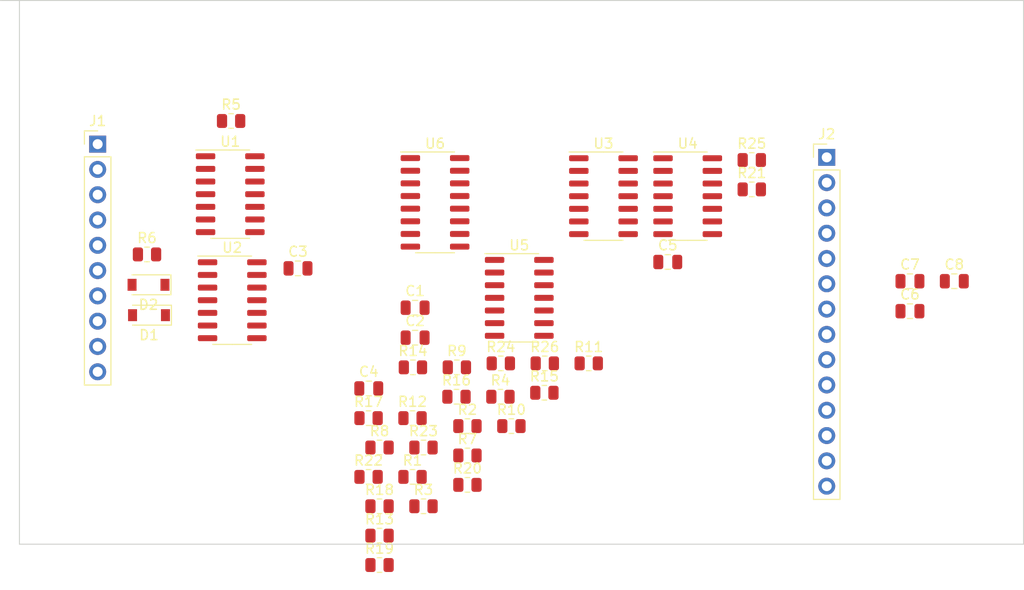
<source format=kicad_pcb>
(kicad_pcb (version 20211014) (generator pcbnew)
  (layers (0 "F.Cu" signal) (31 "B.Cu" signal) (34 "B.Paste" user) (35 "F.Paste" user) (36 "B.SilkS" user "B.Silkscreen") (37 "F.SilkS" user "F.Silkscreen") (38 "B.Mask" user) (39 "F.Mask" user) (44 "Edge.Cuts" user))
  (net 0 "")
  (net 1 "Net-(C1-Pad1)")
  (net 2 "Net-(C1-Pad2)")
  (net 3 "GND")
  (net 4 "-12V")
  (net 5 "+12V")
  (net 6 "/lpfout")
  (net 7 "Net-(D1-Pad1)")
  (net 8 "Net-(D1-Pad2)")
  (net 9 "Net-(D2-Pad1)")
  (net 10 "Net-(D2-Pad2)")
  (net 11 "/sdin")
  (net 12 "/sdclk")
  (net 13 "/lpfin")
  (net 14 "/data_out")
  (net 15 "/onebits")
  (net 16 "/data_return")
  (net 17 "/SW1")
  (net 18 "/SW2")
  (net 19 "/SW3")
  (net 20 "/SW4")
  (net 21 "/IN1")
  (net 22 "/IN2")
  (net 23 "/IN3")
  (net 24 "/IN4")
  (net 25 "/OUT1")
  (net 26 "/OUT2")
  (net 27 "/OUT3")
  (net 28 "/OUT4")
  (net 29 "+5V")
  (net 30 "Net-(R2-Pad1)")
  (net 31 "Net-(R5-Pad2)")
  (net 32 "Net-(R6-Pad2)")
  (net 33 "Net-(R10-Pad2)")
  (net 34 "Net-(R12-Pad1)")
  (net 35 "Net-(R12-Pad2)")
  (net 36 "Net-(R16-Pad1)")
  (net 37 "Net-(R16-Pad2)")
  (net 38 "/S4")
  (net 39 "Net-(R17-Pad2)")
  (net 40 "Net-(R18-Pad1)")
  (net 41 "Net-(R18-Pad2)")
  (net 42 "Net-(R19-Pad1)")
  (net 43 "Net-(R19-Pad2)")
  (net 44 "/S1")
  (net 45 "Net-(R21-Pad2)")
  (net 46 "/S2")
  (net 47 "Net-(R22-Pad2)")
  (net 48 "/S3")
  (net 49 "Net-(R23-Pad2)")
  (net 50 "Net-(U4-Pad2)")
  (net 51 "Net-(U4-Pad12)")
  (net 52 "Net-(U5-Pad2)")
  (net 53 "Net-(U5-Pad12)")
  (footprint "Capacitor_SMD:C_0805_2012Metric" (layer "F.Cu") (at 149.35 84.14)
    (fp_text reference "C7" (at 0 -1.68) (layer "F.SilkS"))
    (fp_text value "100NF")
    (fp_line (start -0.261252 -0.735) (end 0.261252 -0.735) (layer "F.SilkS") (width 0.12))
    (fp_line (start -0.261252 0.735) (end 0.261252 0.735) (layer "F.SilkS") (width 0.12))
    (pad "1" smd roundrect (at -0.95 0) (size 1 1.45) (layers "F.Cu" "F.Paste" "F.Mask") (net 3 "GND"))
    (pad "2" smd roundrect (at 0.95 0) (size 1 1.45) (layers "F.Cu" "F.Paste" "F.Mask") (net 29 "+5V"))
  )
  (footprint "Package_SO:SOIC-14_3.9x8.7mm_P1.27mm" (layer "F.Cu") (at 110.15 85.81)
    (fp_text reference "U5" (at 0 -5.28) (layer "F.SilkS"))
    (fp_text value "4013")
    (fp_line (start 0 4.435) (end 1.95 4.435) (layer "F.SilkS") (width 0.12))
    (fp_line (start 0 4.435) (end -1.95 4.435) (layer "F.SilkS") (width 0.12))
    (fp_line (start 0 -4.435) (end -3.45 -4.435) (layer "F.SilkS") (width 0.12))
    (fp_line (start 0 -4.435) (end 1.95 -4.435) (layer "F.SilkS") (width 0.12))
    (pad "1" smd roundrect (at -2.475 -3.81) (size 1.95 0.6) (layers "F.Cu" "F.Paste" "F.Mask") (net 49 "Net-(R23-Pad2)"))
    (pad "2" smd roundrect (at -2.475 -2.54) (size 1.95 0.6) (layers "F.Cu" "F.Paste" "F.Mask") (net 52 "Net-(U5-Pad2)"))
    (pad "3" smd roundrect (at -2.475 -1.27) (size 1.95 0.6) (layers "F.Cu" "F.Paste" "F.Mask") (net 42 "Net-(R19-Pad1)"))
    (pad "4" smd roundrect (at -2.475 0) (size 1.95 0.6) (layers "F.Cu" "F.Paste" "F.Mask") (net 3 "GND"))
    (pad "5" smd roundrect (at -2.475 1.27) (size 1.95 0.6) (layers "F.Cu" "F.Paste" "F.Mask") (net 52 "Net-(U5-Pad2)"))
    (pad "6" smd roundrect (at -2.475 2.54) (size 1.95 0.6) (layers "F.Cu" "F.Paste" "F.Mask") (net 3 "GND"))
    (pad "7" smd roundrect (at -2.475 3.81) (size 1.95 0.6) (layers "F.Cu" "F.Paste" "F.Mask") (net 3 "GND"))
    (pad "8" smd roundrect (at 2.475 3.81) (size 1.95 0.6) (layers "F.Cu" "F.Paste" "F.Mask") (net 3 "GND"))
    (pad "9" smd roundrect (at 2.475 2.54) (size 1.95 0.6) (layers "F.Cu" "F.Paste" "F.Mask") (net 53 "Net-(U5-Pad12)"))
    (pad "10" smd roundrect (at 2.475 1.27) (size 1.95 0.6) (layers "F.Cu" "F.Paste" "F.Mask") (net 3 "GND"))
    (pad "11" smd roundrect (at 2.475 0) (size 1.95 0.6) (layers "F.Cu" "F.Paste" "F.Mask") (net 34 "Net-(R12-Pad1)"))
    (pad "12" smd roundrect (at 2.475 -1.27) (size 1.95 0.6) (layers "F.Cu" "F.Paste" "F.Mask") (net 53 "Net-(U5-Pad12)"))
    (pad "13" smd roundrect (at 2.475 -2.54) (size 1.95 0.6) (layers "F.Cu" "F.Paste" "F.Mask") (net 39 "Net-(R17-Pad2)"))
    (pad "14" smd roundrect (at 2.475 -3.81) (size 1.95 0.6) (layers "F.Cu" "F.Paste" "F.Mask") (net 29 "+5V"))
  )
  (footprint "Resistor_SMD:R_0805_2012Metric" (layer "F.Cu") (at 112.67 95.34)
    (fp_text reference "R15" (at 0 -1.65) (layer "F.SilkS"))
    (fp_text value "1M")
    (fp_line (start -0.227064 -0.735) (end 0.227064 -0.735) (layer "F.SilkS") (width 0.12))
    (fp_line (start -0.227064 0.735) (end 0.227064 0.735) (layer "F.SilkS") (width 0.12))
    (pad "1" smd roundrect (at -0.9125 0) (size 1.025 1.4) (layers "F.Cu" "F.Paste" "F.Mask") (roundrect_rratio 0.243902) (net 29 "+5V"))
    (pad "2" smd roundrect (at 0.9125 0) (size 1.025 1.4) (layers "F.Cu" "F.Paste" "F.Mask") (roundrect_rratio 0.243902) (net 19 "/SW3"))
  )
  (footprint "Resistor_SMD:R_0805_2012Metric" (layer "F.Cu") (at 133.48 71.97)
    (fp_text reference "R25" (at 0 -1.65) (layer "F.SilkS"))
    (fp_text value "20K")
    (fp_line (start -0.227064 -0.735) (end 0.227064 -0.735) (layer "F.SilkS") (width 0.12))
    (fp_line (start -0.227064 0.735) (end 0.227064 0.735) (layer "F.SilkS") (width 0.12))
    (pad "1" smd roundrect (at -0.9125 0) (size 1.025 1.4) (layers "F.Cu" "F.Paste" "F.Mask") (roundrect_rratio 0.243902) (net 3 "GND"))
    (pad "2" smd roundrect (at 0.9125 0) (size 1.025 1.4) (layers "F.Cu" "F.Paste" "F.Mask") (roundrect_rratio 0.243902) (net 46 "/S2"))
  )
  (footprint "Resistor_SMD:R_0805_2012Metric" (layer "F.Cu") (at 99.44 103.79)
    (fp_text reference "R1" (at 0 -1.65) (layer "F.SilkS"))
    (fp_text value "10K")
    (fp_line (start -0.227064 -0.735) (end 0.227064 -0.735) (layer "F.SilkS") (width 0.12))
    (fp_line (start -0.227064 0.735) (end 0.227064 0.735) (layer "F.SilkS") (width 0.12))
    (pad "1" smd roundrect (at -0.9125 0) (size 1.025 1.4) (layers "F.Cu" "F.Paste" "F.Mask") (roundrect_rratio 0.243902) (net 11 "/sdin"))
    (pad "2" smd roundrect (at 0.9125 0) (size 1.025 1.4) (layers "F.Cu" "F.Paste" "F.Mask") (roundrect_rratio 0.243902) (net 2 "Net-(C1-Pad2)"))
  )
  (footprint "Package_SO:SOIC-14_3.9x8.7mm_P1.27mm" (layer "F.Cu") (at 127.05 75.6)
    (fp_text reference "U4" (at 0 -5.28) (layer "F.SilkS"))
    (fp_text value "4013")
    (fp_line (start 0 -4.435) (end -3.45 -4.435) (layer "F.SilkS") (width 0.12))
    (fp_line (start 0 -4.435) (end 1.95 -4.435) (layer "F.SilkS") (width 0.12))
    (fp_line (start 0 4.435) (end -1.95 4.435) (layer "F.SilkS") (width 0.12))
    (fp_line (start 0 4.435) (end 1.95 4.435) (layer "F.SilkS") (width 0.12))
    (pad "1" smd roundrect (at -2.475 -3.81) (size 1.95 0.6) (layers "F.Cu" "F.Paste" "F.Mask") (net 45 "Net-(R21-Pad2)"))
    (pad "2" smd roundrect (at -2.475 -2.54) (size 1.95 0.6) (layers "F.Cu" "F.Paste" "F.Mask") (net 50 "Net-(U4-Pad2)"))
    (pad "3" smd roundrect (at -2.475 -1.27) (size 1.95 0.6) (layers "F.Cu" "F.Paste" "F.Mask") (net 36 "Net-(R16-Pad1)"))
    (pad "4" smd roundrect (at -2.475 0) (size 1.95 0.6) (layers "F.Cu" "F.Paste" "F.Mask") (net 3 "GND"))
    (pad "5" smd roundrect (at -2.475 1.27) (size 1.95 0.6) (layers "F.Cu" "F.Paste" "F.Mask") (net 50 "Net-(U4-Pad2)"))
    (pad "6" smd roundrect (at -2.475 2.54) (size 1.95 0.6) (layers "F.Cu" "F.Paste" "F.Mask") (net 3 "GND"))
    (pad "7" smd roundrect (at -2.475 3.81) (size 1.95 0.6) (layers "F.Cu" "F.Paste" "F.Mask") (net 3 "GND"))
    (pad "8" smd roundrect (at 2.475 3.81) (size 1.95 0.6) (layers "F.Cu" "F.Paste" "F.Mask") (net 3 "GND"))
    (pad "9" smd roundrect (at 2.475 2.54) (size 1.95 0.6) (layers "F.Cu" "F.Paste" "F.Mask") (net 51 "Net-(U4-Pad12)"))
    (pad "10" smd roundrect (at 2.475 1.27) (size 1.95 0.6) (layers "F.Cu" "F.Paste" "F.Mask") (net 3 "GND"))
    (pad "11" smd roundrect (at 2.475 0) (size 1.95 0.6) (layers "F.Cu" "F.Paste" "F.Mask") (net 40 "Net-(R18-Pad1)"))
    (pad "12" smd roundrect (at 2.475 -1.27) (size 1.95 0.6) (layers "F.Cu" "F.Paste" "F.Mask") (net 51 "Net-(U4-Pad12)"))
    (pad "13" smd roundrect (at 2.475 -2.54) (size 1.95 0.6) (layers "F.Cu" "F.Paste" "F.Mask") (net 47 "Net-(R22-Pad2)"))
    (pad "14" smd roundrect (at 2.475 -3.81) (size 1.95 0.6) (layers "F.Cu" "F.Paste" "F.Mask") (net 29 "+5V"))
  )
  (footprint "Resistor_SMD:R_0805_2012Metric" (layer "F.Cu") (at 100.54 100.84)
    (fp_text reference "R23" (at 0 -1.65) (layer "F.SilkS"))
    (fp_text value "1K")
    (fp_line (start -0.227064 -0.735) (end 0.227064 -0.735) (layer "F.SilkS") (width 0.12))
    (fp_line (start -0.227064 0.735) (end 0.227064 0.735) (layer "F.SilkS") (width 0.12))
    (pad "1" smd roundrect (at -0.9125 0) (size 1.025 1.4) (layers "F.Cu" "F.Paste" "F.Mask") (roundrect_rratio 0.243902) (net 48 "/S3"))
    (pad "2" smd roundrect (at 0.9125 0) (size 1.025 1.4) (layers "F.Cu" "F.Paste" "F.Mask") (roundrect_rratio 0.243902) (net 49 "Net-(R23-Pad2)"))
  )
  (footprint "Package_SO:SOIC-14_3.9x8.7mm_P1.27mm" (layer "F.Cu") (at 81.15 75.4)
    (fp_text reference "U1" (at 0 -5.28) (layer "F.SilkS"))
    (fp_text value "TL084")
    (fp_line (start 0 -4.435) (end 1.95 -4.435) (layer "F.SilkS") (width 0.12))
    (fp_line (start 0 4.435) (end 1.95 4.435) (layer "F.SilkS") (width 0.12))
    (fp_line (start 0 -4.435) (end -3.45 -4.435) (layer "F.SilkS") (width 0.12))
    (fp_line (start 0 4.435) (end -1.95 4.435) (layer "F.SilkS") (width 0.12))
    (pad "1" smd roundrect (at -2.475 -3.81) (size 1.95 0.6) (layers "F.Cu" "F.Paste" "F.Mask") (net 1 "Net-(C1-Pad1)"))
    (pad "2" smd roundrect (at -2.475 -2.54) (size 1.95 0.6) (layers "F.Cu" "F.Paste" "F.Mask") (net 2 "Net-(C1-Pad2)"))
    (pad "3" smd roundrect (at -2.475 -1.27) (size 1.95 0.6) (layers "F.Cu" "F.Paste" "F.Mask") (net 3 "GND"))
    (pad "4" smd roundrect (at -2.475 0) (size 1.95 0.6) (layers "F.Cu" "F.Paste" "F.Mask") (net 5 "+12V"))
    (pad "5" smd roundrect (at -2.475 1.27) (size 1.95 0.6) (layers "F.Cu" "F.Paste" "F.Mask") (net 1 "Net-(C1-Pad1)"))
    (pad "6" smd roundrect (at -2.475 2.54) (size 1.95 0.6) (layers "F.Cu" "F.Paste" "F.Mask") (net 3 "GND"))
    (pad "7" smd roundrect (at -2.475 3.81) (size 1.95 0.6) (layers "F.Cu" "F.Paste" "F.Mask") (net 8 "Net-(D1-Pad2)"))
    (pad "8" smd roundrect (at 2.475 3.81) (size 1.95 0.6) (layers "F.Cu" "F.Paste" "F.Mask") (net 32 "Net-(R6-Pad2)"))
    (pad "9" smd roundrect (at 2.475 2.54) (size 1.95 0.6) (layers "F.Cu" "F.Paste" "F.Mask") (net 30 "Net-(R2-Pad1)"))
    (pad "10" smd roundrect (at 2.475 1.27) (size 1.95 0.6) (layers "F.Cu" "F.Paste" "F.Mask") (net 12 "/sdclk"))
    (pad "11" smd roundrect (at 2.475 0) (size 1.95 0.6) (layers "F.Cu" "F.Paste" "F.Mask") (net 4 "-12V"))
    (pad "12" smd roundrect (at 2.475 -1.27) (size 1.95 0.6) (layers "F.Cu" "F.Paste" "F.Mask") (net 16 "/data_return"))
    (pad "13" smd roundrect (at 2.475 -2.54) (size 1.95 0.6) (layers "F.Cu" "F.Paste" "F.Mask") (net 33 "Net-(R10-Pad2)"))
    (pad "14" smd roundrect (at 2.475 -3.81) (size 1.95 0.6) (layers "F.Cu" "F.Paste" "F.Mask") (net 31 "Net-(R5-Pad2)"))
  )
  (footprint "Resistor_SMD:R_0805_2012Metric" (layer "F.Cu") (at 103.85 95.74)
    (fp_text reference "R16" (at 0 -1.65) (layer "F.SilkS"))
    (fp_text value "1K")
    (fp_line (start -0.227064 0.735) (end 0.227064 0.735) (layer "F.SilkS") (width 0.12))
    (fp_line (start -0.227064 -0.735) (end 0.227064 -0.735) (layer "F.SilkS") (width 0.12))
    (pad "1" smd roundrect (at -0.9125 0) (size 1.025 1.4) (layers "F.Cu" "F.Paste" "F.Mask") (roundrect_rratio 0.243902) (net 36 "Net-(R16-Pad1)"))
    (pad "2" smd roundrect (at 0.9125 0) (size 1.025 1.4) (layers "F.Cu" "F.Paste" "F.Mask") (roundrect_rratio 0.243902) (net 37 "Net-(R16-Pad2)"))
  )
  (footprint "Resistor_SMD:R_0805_2012Metric" (layer "F.Cu") (at 72.8 81.45)
    (fp_text reference "R6" (at 0 -1.65) (layer "F.SilkS"))
    (fp_text value "1K")
    (fp_line (start -0.227064 -0.735) (end 0.227064 -0.735) (layer "F.SilkS") (width 0.12))
    (fp_line (start -0.227064 0.735) (end 0.227064 0.735) (layer "F.SilkS") (width 0.12))
    (pad "1" smd roundrect (at -0.9125 0) (size 1.025 1.4) (layers "F.Cu" "F.Paste" "F.Mask") (roundrect_rratio 0.243902) (net 10 "Net-(D2-Pad2)"))
    (pad "2" smd roundrect (at 0.9125 0) (size 1.025 1.4) (layers "F.Cu" "F.Paste" "F.Mask") (roundrect_rratio 0.243902) (net 32 "Net-(R6-Pad2)"))
  )
  (footprint "Resistor_SMD:R_0805_2012Metric" (layer "F.Cu") (at 104.95 104.59)
    (fp_text reference "R20" (at 0 -1.65) (layer "F.SilkS"))
    (fp_text value "20K")
    (fp_line (start -0.227064 0.735) (end 0.227064 0.735) (layer "F.SilkS") (width 0.12))
    (fp_line (start -0.227064 -0.735) (end 0.227064 -0.735) (layer "F.SilkS") (width 0.12))
    (pad "1" smd roundrect (at -0.9125 0) (size 1.025 1.4) (layers "F.Cu" "F.Paste" "F.Mask") (roundrect_rratio 0.243902) (net 3 "GND"))
    (pad "2" smd roundrect (at 0.9125 0) (size 1.025 1.4) (layers "F.Cu" "F.Paste" "F.Mask") (roundrect_rratio 0.243902) (net 38 "/S4"))
  )
  (footprint "Resistor_SMD:R_0805_2012Metric" (layer "F.Cu") (at 96.13 112.64)
    (fp_text reference "R19" (at 0 -1.65) (layer "F.SilkS"))
    (fp_text value "1K")
    (fp_line (start -0.227064 -0.735) (end 0.227064 -0.735) (layer "F.SilkS") (width 0.12))
    (fp_line (start -0.227064 0.735) (end 0.227064 0.735) (layer "F.SilkS") (width 0.12))
    (pad "1" smd roundrect (at -0.9125 0) (size 1.025 1.4) (layers "F.Cu" "F.Paste" "F.Mask") (roundrect_rratio 0.243902) (net 42 "Net-(R19-Pad1)"))
    (pad "2" smd roundrect (at 0.9125 0) (size 1.025 1.4) (layers "F.Cu" "F.Paste" "F.Mask") (roundrect_rratio 0.243902) (net 43 "Net-(R19-Pad2)"))
  )
  (footprint "Capacitor_SMD:C_0805_2012Metric" (layer "F.Cu") (at 99.7 86.8)
    (fp_text reference "C1" (at 0 -1.68) (layer "F.SilkS"))
    (fp_text value "20NF")
    (fp_line (start -0.261252 -0.735) (end 0.261252 -0.735) (layer "F.SilkS") (width 0.12))
    (fp_line (start -0.261252 0.735) (end 0.261252 0.735) (layer "F.SilkS") (width 0.12))
    (pad "1" smd roundrect (at -0.95 0) (size 1 1.45) (layers "F.Cu" "F.Paste" "F.Mask") (net 1 "Net-(C1-Pad1)"))
    (pad "2" smd roundrect (at 0.95 0) (size 1 1.45) (layers "F.Cu" "F.Paste" "F.Mask") (net 2 "Net-(C1-Pad2)"))
  )
  (footprint "Diode_SMD:D_SOD-123" (layer "F.Cu") (at 72.95 84.5 180)
    (fp_text reference "D2" (at 0 -2) (layer "F.SilkS"))
    (fp_text value "D")
    (fp_line (start -2.25 -1) (end 1.65 -1) (layer "F.SilkS") (width 0.12))
    (fp_line (start -2.25 -1) (end -2.25 1) (layer "F.SilkS") (width 0.12))
    (fp_line (start -2.25 1) (end 1.65 1) (layer "F.SilkS") (width 0.12))
    (pad "1" smd rect (at -1.65 0 180) (size 0.9 1.2) (layers "F.Cu" "F.Paste" "F.Mask") (net 9 "Net-(D2-Pad1)"))
    (pad "2" smd rect (at 1.65 0 180) (size 0.9 1.2) (layers "F.Cu" "F.Paste" "F.Mask") (net 10 "Net-(D2-Pad2)"))
  )
  (footprint "Resistor_SMD:R_0805_2012Metric" (layer "F.Cu") (at 95.03 97.89)
    (fp_text reference "R17" (at 0 -1.65) (layer "F.SilkS"))
    (fp_text value "1K")
    (fp_line (start -0.227064 -0.735) (end 0.227064 -0.735) (layer "F.SilkS") (width 0.12))
    (fp_line (start -0.227064 0.735) (end 0.227064 0.735) (layer "F.SilkS") (width 0.12))
    (pad "1" smd roundrect (at -0.9125 0) (size 1.025 1.4) (layers "F.Cu" "F.Paste" "F.Mask") (roundrect_rratio 0.243902) (net 38 "/S4"))
    (pad "2" smd roundrect (at 0.9125 0) (size 1.025 1.4) (layers "F.Cu" "F.Paste" "F.Mask") (roundrect_rratio 0.243902) (net 39 "Net-(R17-Pad2)"))
  )
  (footprint "Resistor_SMD:R_0805_2012Metric" (layer "F.Cu") (at 104.95 98.69)
    (fp_text reference "R2" (at 0 -1.65) (layer "F.SilkS"))
    (fp_text value "47K")
    (fp_line (start -0.227064 0.735) (end 0.227064 0.735) (layer "F.SilkS") (width 0.12))
    (fp_line (start -0.227064 -0.735) (end 0.227064 -0.735) (layer "F.SilkS") (width 0.12))
    (pad "1" smd roundrect (at -0.9125 0) (size 1.025 1.4) (layers "F.Cu" "F.Paste" "F.Mask") (roundrect_rratio 0.243902) (net 30 "Net-(R2-Pad1)"))
    (pad "2" smd roundrect (at 0.9125 0) (size 1.025 1.4) (layers "F.Cu" "F.Paste" "F.Mask") (roundrect_rratio 0.243902) (net 5 "+12V"))
  )
  (footprint "Resistor_SMD:R_0805_2012Metric" (layer "F.Cu") (at 104.95 101.64)
    (fp_text reference "R7" (at 0 -1.65) (layer "F.SilkS"))
    (fp_text value "1K")
    (fp_line (start -0.227064 -0.735) (end 0.227064 -0.735) (layer "F.SilkS") (width 0.12))
    (fp_line (start -0.227064 0.735) (end 0.227064 0.735) (layer "F.SilkS") (width 0.12))
    (pad "1" smd roundrect (at -0.9125 0) (size 1.025 1.4) (layers "F.Cu" "F.Paste" "F.Mask") (roundrect_rratio 0.243902) (net 3 "GND"))
    (pad "2" smd roundrect (at 0.9125 0) (size 1.025 1.4) (layers "F.Cu" "F.Paste" "F.Mask") (roundrect_rratio 0.243902) (net 7 "Net-(D1-Pad1)"))
  )
  (footprint "Capacitor_SMD:C_0805_2012Metric" (layer "F.Cu") (at 95.05 94.91)
    (fp_text reference "C4" (at 0 -1.68) (layer "F.SilkS"))
    (fp_text value "100NF")
    (fp_line (start -0.261252 0.735) (end 0.261252 0.735) (layer "F.SilkS") (width 0.12))
    (fp_line (start -0.261252 -0.735) (end 0.261252 -0.735) (layer "F.SilkS") (width 0.12))
    (pad "1" smd roundrect (at -0.95 0) (size 1 1.45) (layers "F.Cu" "F.Paste" "F.Mask") (net 3 "GND"))
    (pad "2" smd roundrect (at 0.95 0) (size 1 1.45) (layers "F.Cu" "F.Paste" "F.Mask") (net 6 "/lpfout"))
  )
  (footprint "Capacitor_SMD:C_0805_2012Metric" (layer "F.Cu") (at 149.35 87.15)
    (fp_text reference "C6" (at 0 -1.68) (layer "F.SilkS"))
    (fp_text value "100NF")
    (fp_line (start -0.261252 0.735) (end 0.261252 0.735) (layer "F.SilkS") (width 0.12))
    (fp_line (start -0.261252 -0.735) (end 0.261252 -0.735) (layer "F.SilkS") (width 0.12))
    (pad "1" smd roundrect (at -0.95 0) (size 1 1.45) (layers "F.Cu" "F.Paste" "F.Mask") (net 3 "GND"))
    (pad "2" smd roundrect (at 0.95 0) (size 1 1.45) (layers "F.Cu" "F.Paste" "F.Mask") (net 29 "+5V"))
  )
  (footprint "Package_SO:SOIC-14_3.9x8.7mm_P1.27mm" (layer "F.Cu") (at 118.6 75.6)
    (fp_text reference "U3" (at 0 -5.28) (layer "F.SilkS"))
    (fp_text value "40106")
    (fp_line (start 0 4.435) (end -1.95 4.435) (layer "F.SilkS") (width 0.12))
    (fp_line (start 0 -4.435) (end -3.45 -4.435) (layer "F.SilkS") (width 0.12))
    (fp_line (start 0 4.435) (end 1.95 4.435) (layer "F.SilkS") (width 0.12))
    (fp_line (start 0 -4.435) (end 1.95 -4.435) (layer "F.SilkS") (width 0.12))
    (pad "1" smd roundrect (at -2.475 -3.81) (size 1.95 0.6) (layers "F.Cu" "F.Paste" "F.Mask") (net 17 "/SW1"))
    (pad "2" smd roundrect (at -2.475 -2.54) (size 1.95 0.6) (layers "F.Cu" "F.Paste" "F.Mask") (net 37 "Net-(R16-Pad2)"))
    (pad "3" smd roundrect (at -2.475 -1.27) (size 1.95 0.6) (layers "F.Cu" "F.Paste" "F.Mask") (net 18 "/SW2"))
    (pad "4" smd roundrect (at -2.475 0) (size 1.95 0.6) (layers "F.Cu" "F.Paste" "F.Mask") (net 41 "Net-(R18-Pad2)"))
    (pad "5" smd roundrect (at -2.475 1.27) (size 1.95 0.6) (layers "F.Cu" "F.Paste" "F.Mask") (net 19 "/SW3"))
    (pad "6" smd roundrect (at -2.475 2.54) (size 1.95 0.6) (layers "F.Cu" "F.Paste" "F.Mask") (net 43 "Net-(R19-Pad2)"))
    (pad "7" smd roundrect (at -2.475 3.81) (size 1.95 0.6) (layers "F.Cu" "F.Paste" "F.Mask") (net 3 "GND"))
    (pad "8" smd roundrect (at 2.475 3.81) (size 1.95 0.6) (layers "F.Cu" "F.Paste" "F.Mask") (net 35 "Net-(R12-Pad2)"))
    (pad "9" smd roundrect (at 2.475 2.54) (size 1.95 0.6) (layers "F.Cu" "F.Paste" "F.Mask") (net 20 "/SW4"))
    (pad "10" smd roundrect (at 2.475 1.27) (size 1.95 0.6) (layers "F.Cu" "F.Paste" "F.Mask"))
    (pad "11" smd roundrect (at 2.475 0) (size 1.95 0.6) (layers "F.Cu" "F.Paste" "F.Mask"))
    (pad "12" smd roundrect (at 2.475 -1.27) (size 1.95 0.6) (layers "F.Cu" "F.Paste" "F.Mask"))
    (pad "13" smd roundrect (at 2.475 -2.54) (size 1.95 0.6) (layers "F.Cu" "F.Paste" "F.Mask"))
    (pad "14" smd roundrect (at 2.475 -3.81) (size 1.95 0.6) (layers "F.Cu" "F.Paste" "F.Mask") (net 29 "+5V"))
  )
  (footprint "Package_SO:SOIC-16_3.9x9.9mm_P1.27mm" (layer "F.Cu") (at 101.7 76.22)
    (fp_text reference "U6" (at 0 -5.9) (layer "F.SilkS"))
    (fp_text value "ADG412BNZ")
    (fp_line (start 0 5.06) (end 1.95 5.06) (layer "F.SilkS") (width 0.12))
    (fp_line (start 0 -5.06) (end 1.95 -5.06) (layer "F.SilkS") (width 0.12))
    (fp_line (start 0 -5.06) (end -3.45 -5.06) (layer "F.SilkS") (width 0.12))
    (fp_line (start 0 5.06) (end -1.95 5.06) (layer "F.SilkS") (width 0.12))
    (pad "1" smd roundrect (at -2.475 -4.445) (size 1.95 0.6) (layers "F.Cu" "F.Paste" "F.Mask") (net 44 "/S1"))
    (pad "2" smd roundrect (at -2.475 -3.175) (size 1.95 0.6) (layers "F.Cu" "F.Paste" "F.Mask") (net 25 "/OUT1"))
    (pad "3" smd roundrect (at -2.475 -1.905) (size 1.95 0.6) (layers "F.Cu" "F.Paste" "F.Mask") (net 21 "/IN1"))
    (pad "4" smd roundrect (at -2.475 -0.635) (size 1.95 0.6) (layers "F.Cu" "F.Paste" "F.Mask") (net 4 "-12V"))
    (pad "5" smd roundrect (at -2.475 0.635) (size 1.95 0.6) (layers "F.Cu" "F.Paste" "F.Mask") (net 3 "GND"))
    (pad "6" smd roundrect (at -2.475 1.905) (size 1.95 0.6) (layers "F.Cu" "F.Paste" "F.Mask") (net 24 "/IN4"))
    (pad "7" smd roundrect (at -2.475 3.175) (size 1.95 0.6) (layers "F.Cu" "F.Paste" "F.Mask") (net 28 "/OUT4"))
    (pad "8" smd roundrect (at -2.475 4.445) (size 1.95 0.6) (layers "F.Cu" "F.Paste" "F.Mask") (net 38 "/S4"))
    (pad "9" smd roundrect (at 2.475 4.445) (size 1.95 0.6) (layers "F.Cu" "F.Paste" "F.Mask") (net 48 "/S3"))
    (pad "10" smd roundrect (at 2.475 3.175) (size 1.95 0.6) (layers "F.Cu" "F.Paste" "F.Mask") (net 27 "/OUT3"))
    (pad "11" smd roundrect (at 2.475 1.905) (size 1.95 0.6) (layers "F.Cu" "F.Paste" "F.Mask") (net 23 "/IN3"))
    (pad "12" smd roundrect (at 2.475 0.635) (size 1.95 0.6) (layers "F.Cu" "F.Paste" "F.Mask") (net 29 "+5V"))
    (pad "13" smd roundrect (at 2.475 -0.635) (size 1.95 0.6) (layers "F.Cu" "F.Paste" "F.Mask") (net 5 "+12V"))
    (pad "14" smd roundrect (at 2.475 -1.905) (size 1.95 0.6) (layers "F.Cu" "F.Paste" "F.Mask") (net 22 "/IN2"))
    (pad "15" smd roundrect (at 2.475 -3.175) (size 1.95 0.6) (layers "F.Cu" "F.Paste" "F.Mask") (net 26 "/OUT2"))
    (pad "16" smd roundrect (at 2.475 -4.445) (size 1.95 0.6) (layers "F.Cu" "F.Paste" "F.Mask") (net 46 "/S2"))
  )
  (footprint "Resistor_SMD:R_0805_2012Metric" (layer "F.Cu") (at 117.12 92.39)
    (fp_text reference "R11" (at 0 -1.65) (layer "F.SilkS"))
    (fp_text value "1M")
    (fp_line (start -0.227064 0.735) (end 0.227064 0.735) (layer "F.SilkS") (width 0.12))
    (fp_line (start -0.227064 -0.735) (end 0.227064 -0.735) (layer "F.SilkS") (width 0.12))
    (pad "1" smd roundrect (at -0.9125 0) (size 1.025 1.4) (layers "F.Cu" "F.Paste" "F.Mask") (roundrect_rratio 0.243902) (net 29 "+5V"))
    (pad "2" smd roundrect (at 0.9125 0) (size 1.025 1.4) (layers "F.Cu" "F.Paste" "F.Mask") (roundrect_rratio 0.243902) (net 20 "/SW4"))
  )
  (footprint "Connector_PinHeader_2.54mm:PinHeader_1x10_P2.54mm_Vertical" (layer "F.Cu") (at 67.85 70.375)
    (fp_text reference "J1" (at 0 -2.33) (layer "F.SilkS"))
    (fp_text value "Conn_01x10_Male")
    (fp_line (start 1.33 1.27) (end 1.33 24.19) (layer "F.SilkS") (width 0.12))
    (fp_line (start -1.33 1.27) (end -1.33 24.19) (layer "F.SilkS") (width 0.12))
    (fp_line (start -1.33 1.27) (end 1.33 1.27) (layer "F.SilkS") (width 0.12))
    (fp_line (start -1.33 -1.33) (end 0 -1.33) (layer "F.SilkS") (width 0.12))
    (fp_line (start -1.33 0) (end -1.33 -1.33) (layer "F.SilkS") (width 0.12))
    (fp_line (start -1.33 24.19) (end 1.33 24.19) (layer "F.SilkS") (width 0.12))
    (pad "1" thru_hole rect (at 0 0) (size 1.7 1.7) (drill 1) (layers *.Cu *.Mask) (net 11 "/sdin"))
    (pad "2" thru_hole oval (at 0 2.54) (size 1.7 1.7) (drill 1) (layers *.Cu *.Mask) (net 12 "/sdclk"))
    (pad "3" thru_hole oval (at 0 5.08) (size 1.7 1.7) (drill 1) (layers *.Cu *.Mask) (net 13 "/lpfin"))
    (pad "4" thru_hole oval (at 0 7.62) (size 1.7 1.7) (drill 1) (layers *.Cu *.Mask) (net 6 "/lpfout"))
    (pad "5" thru_hole oval (at 0 10.16) (size 1.7 1.7) (drill 1) (layers *.Cu *.Mask) (net 14 "/data_out"))
    (pad "6" thru_hole oval (at 0 12.7) (size 1.7 1.7) (drill 1) (layers *.Cu *.Mask) (net 15 "/onebits"))
    (pad "7" thru_hole oval (at 0 15.24) (size 1.7 1.7) (drill 1) (layers *.Cu *.Mask) (net 16 "/data_return"))
    (pad "8" thru_hole oval (at 0 17.78) (size 1.7 1.7) (drill 1) (layers *.Cu *.Mask) (net 5 "+12V"))
    (pad "9" thru_hole oval (at 0 20.32) (size 1.7 1.7) (drill 1) (layers *.Cu *.Mask) (net 3 "GND"))
    (pad "10" thru_hole oval (at 0 22.86) (size 1.7 1.7) (drill 1) (layers *.Cu *.Mask) (net 4 "-12V"))
  )
  (footprint "Capacitor_SMD:C_0805_2012Metric" (layer "F.Cu") (at 87.95 82.85)
    (fp_text reference "C3" (at 0 -1.68) (layer "F.SilkS"))
    (fp_text value "100NF")
    (fp_line (start -0.261252 0.735) (end 0.261252 0.735) (layer "F.SilkS") (width 0.12))
    (fp_line (start -0.261252 -0.735) (end 0.261252 -0.735) (layer "F.SilkS") (width 0.12))
    (pad "1" smd roundrect (at -0.95 0) (size 1 1.45) (layers "F.Cu" "F.Paste" "F.Mask") (net 3 "GND"))
    (pad "2" smd roundrect (at 0.95 0) (size 1 1.45) (layers "F.Cu" "F.Paste" "F.Mask") (net 5 "+12V"))
  )
  (footprint "Resistor_SMD:R_0805_2012Metric" (layer "F.Cu") (at 96.13 109.69)
    (fp_text reference "R13" (at 0 -1.65) (layer "F.SilkS"))
    (fp_text value "1M")
    (fp_line (start -0.227064 0.735) (end 0.227064 0.735) (layer "F.SilkS") (width 0.12))
    (fp_line (start -0.227064 -0.735) (end 0.227064 -0.735) (layer "F.SilkS") (width 0.12))
    (pad "1" smd roundrect (at -0.9125 0) (size 1.025 1.4) (layers "F.Cu" "F.Paste" "F.Mask") (roundrect_rratio 0.243902) (net 29 "+5V"))
    (pad "2" smd roundrect (at 0.9125 0) (size 1.025 1.4) (layers "F.Cu" "F.Paste" "F.Mask") (roundrect_rratio 0.243902) (net 17 "/SW1"))
  )
  (footprint "Resistor_SMD:R_0805_2012Metric" (layer "F.Cu") (at 99.44 97.89)
    (fp_text reference "R12" (at 0 -1.65) (layer "F.SilkS"))
    (fp_text value "1K")
    (fp_line (start -0.227064 0.735) (end 0.227064 0.735) (layer "F.SilkS") (width 0.12))
    (fp_line (start -0.227064 -0.735) (end 0.227064 -0.735) (layer "F.SilkS") (width 0.12))
    (pad "1" smd roundrect (at -0.9125 0) (size 1.025 1.4) (layers "F.Cu" "F.Paste" "F.Mask") (roundrect_rratio 0.243902) (net 34 "Net-(R12-Pad1)"))
    (pad "2" smd roundrect (at 0.9125 0) (size 1.025 1.4) (layers "F.Cu" "F.Paste" "F.Mask") (roundrect_rratio 0.243902) (net 35 "Net-(R12-Pad2)"))
  )
  (footprint "Resistor_SMD:R_0805_2012Metric" (layer "F.Cu") (at 108.26 95.74)
    (fp_text reference "R4" (at 0 -1.65) (layer "F.SilkS"))
    (fp_text value "2K")
    (fp_line (start -0.227064 -0.735) (end 0.227064 -0.735) (layer "F.SilkS") (width 0.12))
    (fp_line (start -0.227064 0.735) (end 0.227064 0.735) (layer "F.SilkS") (width 0.12))
    (pad "1" smd roundrect (at -0.9125 0) (size 1.025 1.4) (layers "F.Cu" "F.Paste" "F.Mask") (roundrect_rratio 0.243902) (net 13 "/lpfin"))
    (pad "2" smd roundrect (at 0.9125 0) (size 1.025 1.4) (layers "F.Cu" "F.Paste" "F.Mask") (roundrect_rratio 0.243902) (net 6 "/lpfout"))
  )
  (footprint "Diode_SMD:D_SOD-123" (layer "F.Cu") (at 73 87.55 180)
    (fp_text reference "D1" (at 0 -2) (layer "F.SilkS"))
    (fp_text value "D")
    (fp_line (start -2.25 -1) (end -2.25 1) (layer "F.SilkS") (width 0.12))
    (fp_line (start -2.25 1) (end 1.65 1) (layer "F.SilkS") (width 0.12))
    (fp_line (start -2.25 -1) (end 1.65 -1) (layer "F.SilkS") (width 0.12))
    (pad "1" smd rect (at -1.65 0 180) (size 0.9 1.2) (layers "F.Cu" "F.Paste" "F.Mask") (net 7 "Net-(D1-Pad1)"))
    (pad "2" smd rect (at 1.65 0 180) (size 0.9 1.2) (layers "F.Cu" "F.Paste" "F.Mask") (net 8 "Net-(D1-Pad2)"))
  )
  (footprint "Resistor_SMD:R_0805_2012Metric" (layer "F.Cu") (at 96.13 100.84)
    (fp_text reference "R8" (at 0 -1.65) (layer "F.SilkS"))
    (fp_text value "1K")
    (fp_line (start -0.227064 0.735) (end 0.227064 0.735) (layer "F.SilkS") (width 0.12))
    (fp_line (start -0.227064 -0.735) (end 0.227064 -0.735) (layer "F.SilkS") (width 0.12))
    (pad "1" smd roundrect (at -0.9125 0) (size 1.025 1.4) (layers "F.Cu" "F.Paste" "F.Mask") (roundrect_rratio 0.243902) (net 3 "GND"))
    (pad "2" smd roundrect (at 0.9125 0) (size 1.025 1.4) (layers "F.Cu" "F.Paste" "F.Mask") (roundrect_rratio 0.243902) (net 9 "Net-(D2-Pad1)"))
  )
  (footprint "Resistor_SMD:R_0805_2012Metric" (layer "F.Cu") (at 103.89 92.79)
    (fp_text reference "R9" (at 0 -1.65) (layer "F.SilkS"))
    (fp_text value "10K")
    (fp_line (start -0.227064 0.735) (end 0.227064 0.735) (layer "F.SilkS") (width 0.12))
    (fp_line (start -0.227064 -0.735) (end 0.227064 -0.735) (layer "F.SilkS") (width 0.12))
    (pad "1" smd roundrect (at -0.9125 0) (size 1.025 1.4) (layers "F.Cu" "F.Paste" "F.Mask") (roundrect_rratio 0.243902) (net 33 "Net-(R10-Pad2)"))
    (pad "2" smd roundrect (at 0.9125 0) (size 1.025 1.4) (layers "F.Cu" "F.Paste" "F.Mask") (roundrect_rratio 0.243902) (net 5 "+12V"))
  )
  (footprint "Resistor_SMD:R_0805_2012Metric" (layer "F.Cu") (at 109.36 98.69)
    (fp_text reference "R10" (at 0 -1.65) (layer "F.SilkS"))
    (fp_text value "10K")
    (fp_line (start -0.227064 -0.735) (end 0.227064 -0.735) (layer "F.SilkS") (width 0.12))
    (fp_line (start -0.227064 0.735) (end 0.227064 0.735) (layer "F.SilkS") (width 0.12))
    (pad "1" smd roundrect (at -0.9125 0) (size 1.025 1.4) (layers "F.Cu" "F.Paste" "F.Mask") (roundrect_rratio 0.243902) (net 3 "GND"))
    (pad "2" smd roundrect (at 0.9125 0) (size 1.025 1.4) (layers "F.Cu" "F.Paste" "F.Mask") (roundrect_rratio 0.243902) (net 33 "Net-(R10-Pad2)"))
  )
  (footprint "Connector_PinHeader_2.54mm:PinHeader_1x14_P2.54mm_Vertical" (layer "F.Cu") (at 141 71.7)
    (fp_text reference "J2" (at 0 -2.33) (layer "F.SilkS"))
    (fp_text value "Conn_01x14_Female")
    (fp_line (start -1.33 34.35) (end 1.33 34.35) (layer "F.SilkS") (width 0.12))
    (fp_line (start -1.33 1.27) (end 1.33 1.27) (layer "F.SilkS") (width 0.12))
    (fp_line (start -1.33 1.27) (end -1.33 34.35) (layer "F.SilkS") (width 0.12))
    (fp_line (start -1.33 -1.33) (end 0 -1.33) (layer "F.SilkS") (width 0.12))
    (fp_line (start 1.33 1.27) (end 1.33 34.35) (layer "F.SilkS") (width 0.12))
    (fp_line (start -1.33 0) (end -1.33 -1.33) (layer "F.SilkS") (width 0.12))
    (pad "1" thru_hole rect (at 0 0) (size 1.7 1.7) (drill 1) (layers *.Cu *.Mask) (net 17 "/SW1"))
    (pad "2" thru_hole oval (at 0 2.54) (size 1.7 1.7) (drill 1) (layers *.Cu *.Mask) (net 18 "/SW2"))
    (pad "3" thru_hole oval (at 0 5.08) (size 1.7 1.7) (drill 1) (layers *.Cu *.Mask) (net 19 "/SW3"))
    (pad "4" thru_hole oval (at 0 7.62) (size 1.7 1.7) (drill 1) (layers *.Cu *.Mask) (net 20 "/SW4"))
    (pad "5" thru_hole oval (at 0 10.16) (size 1.7 1.7) (drill 1) (layers *.Cu *.Mask) (net 21 "/IN1"))
    (pad "6" thru_hole oval (at 0 12.7) (size 1.7 1.7) (drill 1) (layers *.Cu *.Mask) (net 22 "/IN2"))
    (pad "7" thru_hole oval (at 0 15.24) (size 1.7 1.7) (drill 1) (layers *.Cu *.Mask) (net 23 "/IN3"))
    (pad "8" thru_hole oval (at 0 17.78) (size 1.7 1.7) (drill 1) (layers *.Cu *.Mask) (net 24 "/IN4"))
    (pad "9" thru_hole oval (at 0 20.32) (size 1.7 1.7) (drill 1) (layers *.Cu *.Mask) (net 25 "/OUT1"))
    (pad "10" thru_hole oval (at 0 22.86) (size 1.7 1.7) (drill 1) (layers *.Cu *.Mask) (net 26 "/OUT2"))
    (pad "11" thru_hole oval (at 0 25.4) (size 1.7 1.7) (drill 1) (layers *.Cu *.Mask) (net 27 "/OUT3"))
    (pad "12" thru_hole oval (at 0 27.94) (size 1.7 1.7) (drill 1) (layers *.Cu *.Mask) (net 28 "/OUT4"))
    (pad "13" thru_hole oval (at 0 30.48) (size 1.7 1.7) (drill 1) (layers *.Cu *.Mask) (net 29 "+5V"))
    (pad "14" thru_hole oval (at 0 33.02) (size 1.7 1.7) (drill 1) (layers *.Cu *.Mask) (net 3 "GND"))
  )
  (footprint "Capacitor_SMD:C_0805_2012Metric" (layer "F.Cu") (at 153.8 84.14)
    (fp_text reference "C8" (at 0 -1.68) (layer "F.SilkS"))
    (fp_text value "100NF")
    (fp_line (start -0.261252 -0.735) (end 0.261252 -0.735) (layer "F.SilkS") (width 0.12))
    (fp_line (start -0.261252 0.735) (end 0.261252 0.735) (layer "F.SilkS") (width 0.12))
    (pad "1" smd roundrect (at -0.95 0) (size 1 1.45) (layers "F.Cu" "F.Paste" "F.Mask") (net 3 "GND"))
    (pad "2" smd roundrect (at 0.95 0) (size 1 1.45) (layers "F.Cu" "F.Paste" "F.Mask") (net 29 "+5V"))
  )
  (footprint "Resistor_SMD:R_0805_2012Metric" (layer "F.Cu") (at 108.3 92.39)
    (fp_text reference "R24" (at 0 -1.65) (layer "F.SilkS"))
    (fp_text value "20K")
    (fp_line (start -0.227064 0.735) (end 0.227064 0.735) (layer "F.SilkS") (width 0.12))
    (fp_line (start -0.227064 -0.735) (end 0.227064 -0.735) (layer "F.SilkS") (width 0.12))
    (pad "1" smd roundrect (at -0.9125 0) (size 1.025 1.4) (layers "F.Cu" "F.Paste" "F.Mask") (roundrect_rratio 0.243902) (net 3 "GND"))
    (pad "2" smd roundrect (at 0.9125 0) (size 1.025 1.4) (layers "F.Cu" "F.Paste" "F.Mask") (roundrect_rratio 0.243902) (net 44 "/S1"))
  )
  (footprint "Capacitor_SMD:C_0805_2012Metric" (layer "F.Cu") (at 125.05 82.21)
    (fp_text reference "C5" (at 0 -1.68) (layer "F.SilkS"))
    (fp_text value "100NF")
    (fp_line (start -0.261252 -0.735) (end 0.261252 -0.735) (layer "F.SilkS") (width 0.12))
    (fp_line (start -0.261252 0.735) (end 0.261252 0.735) (layer "F.SilkS") (width 0.12))
    (pad "1" smd roundrect (at -0.95 0) (size 1 1.45) (layers "F.Cu" "F.Paste" "F.Mask") (net 3 "GND"))
    (pad "2" smd roundrect (at 0.95 0) (size 1 1.45) (layers "F.Cu" "F.Paste" "F.Mask") (net 5 "+12V"))
  )
  (footprint "Resistor_SMD:R_0805_2012Metric" (layer "F.Cu") (at 100.54 106.74)
    (fp_text reference "R3" (at 0 -1.65) (layer "F.SilkS"))
    (fp_text value "10K")
    (fp_line (start -0.227064 -0.735) (end 0.227064 -0.735) (layer "F.SilkS") (width 0.12))
    (fp_line (start -0.227064 0.735) (end 0.227064 0.735) (layer "F.SilkS") (width 0.12))
    (pad "1" smd roundrect (at -0.9125 0) (size 1.025 1.4) (layers "F.Cu" "F.Paste" "F.Mask") (roundrect_rratio 0.243902) (net 3 "GND"))
    (pad "2" smd roundrect (at 0.9125 0) (size 1.025 1.4) (layers "F.Cu" "F.Paste" "F.Mask") (roundrect_rratio 0.243902) (net 30 "Net-(R2-Pad1)"))
  )
  (footprint "Package_SO:SOIC-14_3.9x8.7mm_P1.27mm" (layer "F.Cu") (at 81.35 86.05)
    (fp_text reference "U2" (at 0 -5.28) (layer "F.SilkS"))
    (fp_text value "4013")
    (fp_line (start 0 4.435) (end 1.95 4.435) (layer "F.SilkS") (width 0.12))
    (fp_line (start 0 -4.435) (end 1.95 -4.435) (layer "F.SilkS") (width 0.12))
    (fp_line (start 0 4.435) (end -1.95 4.435) (layer "F.SilkS") (width 0.12))
    (fp_line (start 0 -4.435) (end -3.45 -4.435) (layer "F.SilkS") (width 0.12))
    (pad "1" smd roundrect (at -2.475 -3.81) (size 1.95 0.6) (layers "F.Cu" "F.Paste" "F.Mask") (net 14 "/data_out"))
    (pad "2" smd roundrect (at -2.475 -2.54) (size 1.95 0.6) (layers "F.Cu" "F.Paste" "F.Mask") (net 15 "/onebits"))
    (pad "3" smd roundrect (at -2.475 -1.27) (size 1.95 0.6) (layers "F.Cu" "F.Paste" "F.Mask") (net 9 "Net-(D2-Pad1)"))
    (pad "4" smd roundrect (at -2.475 0) (size 1.95 0.6) (layers "F.Cu" "F.Paste" "F.Mask") (net 3 "GND"))
    (pad "5" smd roundrect (at -2.475 1.27) (size 1.95 0.6) (layers "F.Cu" "F.Paste" "F.Mask") (net 7 "Net-(D1-Pad1)"))
    (pad "6" smd roundrect (at -2.475 2.54) (size 1.95 0.6) (layers "F.Cu" "F.Paste" "F.Mask") (net 3 "GND"))
    (pad "7" smd roundrect (at -2.475 3.81) (size 1.95 0.6) (layers "F.Cu" "F.Paste" "F.Mask") (net 3 "GND"))
    (pad "8" smd roundrect (at 2.475 3.81) (size 1.95 0.6) (layers "F.Cu" "F.Paste" "F.Mask"))
    (pad "9" smd roundrect (at 2.475 2.54) (size 1.95 0.6) (layers "F.Cu" "F.Paste" "F.Mask"))
    (pad "10" smd roundrect (at 2.475 1.27) (size 1.95 0.6) (layers "F.Cu" "F.Paste" "F.Mask"))
    (pad "11" smd roundrect (at 2.475 0) (size 1.95 0.6) (layers "F.Cu" "F.Paste" "F.Mask"))
    (pad "12" smd roundrect (at 2.475 -1.27) (size 1.95 0.6) (layers "F.Cu" "F.Paste" "F.Mask"))
    (pad "13" smd roundrect (at 2.475 -2.54) (size 1.95 0.6) (layers "F.Cu" "F.Paste" "F.Mask"))
    (pad "14" smd roundrect (at 2.475 -3.81) (size 1.95 0.6) (layers "F.Cu" "F.Paste" "F.Mask") (net 5 "+12V"))
  )
  (footprint "Resistor_SMD:R_0805_2012Metric" (layer "F.Cu") (at 133.48 74.92)
    (fp_text reference "R21" (at 0 -1.65) (layer "F.SilkS"))
    (fp_text value "1K")
    (fp_line (start -0.227064 -0.735) (end 0.227064 -0.735) (layer "F.SilkS") (width 0.12))
    (fp_line (start -0.227064 0.735) (end 0.227064 0.735) (layer "F.SilkS") (width 0.12))
    (pad "1" smd roundrect (at -0.9125 0) (size 1.025 1.4) (layers "F.Cu" "F.Paste" "F.Mask") (roundrect_rratio 0.243902) (net 44 "/S1"))
    (pad "2" smd roundrect (at 0.9125 0) (size 1.025 1.4) (layers "F.Cu" "F.Paste" "F.Mask") (roundrect_rratio 0.243902) (net 45 "Net-(R21-Pad2)"))
  )
  (footprint "Resistor_SMD:R_0805_2012Metric" (layer "F.Cu") (at 81.2375 68.05)
    (fp_text reference "R5" (at 0 -1.65) (layer "F.SilkS"))
    (fp_text value "10K")
    (fp_line (start -0.227064 0.735) (end 0.227064 0.735) (layer "F.SilkS") (width 0.12))
    (fp_line (start -0.227064 -0.735) (end 0.227064 -0.735) (layer "F.SilkS") (width 0.12))
    (pad "1" smd roundrect (at -0.9125 0) (size 1.025 1.4) (layers "F.Cu" "F.Paste" "F.Mask") (roundrect_rratio 0.243902) (net 2 "Net-(C1-Pad2)"))
    (pad "2" smd roundrect (at 0.9125 0) (size 1.025 1.4) (layers "F.Cu" "F.Paste" "F.Mask") (roundrect_rratio 0.243902) (net 31 "Net-(R5-Pad2)"))
  )
  (footprint "Resistor_SMD:R_0805_2012Metric" (layer "F.Cu") (at 96.13 106.74)
    (fp_text reference "R18" (at 0 -1.65) (layer "F.SilkS"))
    (fp_text value "1K")
    (fp_line (start -0.227064 0.735) (end 0.227064 0.735) (layer "F.SilkS") (width 0.12))
    (fp_line (start -0.227064 -0.735) (end 0.227064 -0.735) (layer "F.SilkS") (width 0.12))
    (pad "1" smd roundrect (at -0.9125 0) (size 1.025 1.4) (layers "F.Cu" "F.Paste" "F.Mask") (roundrect_rratio 0.243902) (net 40 "Net-(R18-Pad1)"))
    (pad "2" smd roundrect (at 0.9125 0) (size 1.025 1.4) (layers "F.Cu" "F.Paste" "F.Mask") (roundrect_rratio 0.243902) (net 41 "Net-(R18-Pad2)"))
  )
  (footprint "Capacitor_SMD:C_0805_2012Metric" (layer "F.Cu") (at 99.7 89.81)
    (fp_text reference "C2" (at 0 -1.68) (layer "F.SilkS"))
    (fp_text value "100NF")
    (fp_line (start -0.261252 -0.735) (end 0.261252 -0.735) (layer "F.SilkS") (width 0.12))
    (fp_line (start -0.261252 0.735) (end 0.261252 0.735) (layer "F.SilkS") (width 0.12))
    (pad "1" smd roundrect (at -0.95 0) (size 1 1.45) (layers "F.Cu" "F.Paste" "F.Mask") (net 3 "GND"))
    (pad "2" smd roundrect (at 0.95 0) (size 1 1.45) (layers "F.Cu" "F.Paste" "F.Mask") (net 4 "-12V"))
  )
  (footprint "Resistor_SMD:R_0805_2012Metric" (layer "F.Cu") (at 99.48 92.79)
    (fp_text reference "R14" (at 0 -1.65) (layer "F.SilkS"))
    (fp_text value "1M")
    (fp_line (start -0.227064 -0.735) (end 0.227064 -0.735) (layer "F.SilkS") (width 0.12))
    (fp_line (start -0.227064 0.735) (end 0.227064 0.735) (layer "F.SilkS") (width 0.12))
    (pad "1" smd roundrect (at -0.9125 0) (size 1.025 1.4) (layers "F.Cu" "F.Paste" "F.Mask") (roundrect_rratio 0.243902) (net 29 "+5V"))
    (pad "2" smd roundrect (at 0.9125 0) (size 1.025 1.4) (layers "F.Cu" "F.Paste" "F.Mask") (roundrect_rratio 0.243902) (net 18 "/SW2"))
  )
  (footprint "Resistor_SMD:R_0805_2012Metric" (layer "F.Cu") (at 112.71 92.39)
    (fp_text reference "R26" (at 0 -1.65) (layer "F.SilkS"))
    (fp_text value "20K")
    (fp_line (start -0.227064 0.735) (end 0.227064 0.735) (layer "F.SilkS") (width 0.12))
    (fp_line (start -0.227064 -0.735) (end 0.227064 -0.735) (layer "F.SilkS") (width 0.12))
    (pad "1" smd roundrect (at -0.9125 0) (size 1.025 1.4) (layers "F.Cu" "F.Paste" "F.Mask") (roundrect_rratio 0.243902) (net 3 "GND"))
    (pad "2" smd roundrect (at 0.9125 0) (size 1.025 1.4) (layers "F.Cu" "F.Paste" "F.Mask") (roundrect_rratio 0.243902) (net 48 "/S3"))
  )
  (footprint "Resistor_SMD:R_0805_2012Metric" (layer "F.Cu") (at 95.03 103.79)
    (fp_text reference "R22" (at 0 -1.65) (layer "F.SilkS"))
    (fp_text value "1K")
    (fp_line (start -0.227064 -0.735) (end 0.227064 -0.735) (layer "F.SilkS") (width 0.12))
    (fp_line (start -0.227064 0.735) (end 0.227064 0.735) (layer "F.SilkS") (width 0.12))
    (pad "1" smd roundrect (at -0.9125 0) (size 1.025 1.4) (layers "F.Cu" "F.Paste" "F.Mask") (roundrect_rratio 0.243902) (net 46 "/S2"))
    (pad "2" smd roundrect (at 0.9125 0) (size 1.025 1.4) (layers "F.Cu" "F.Paste" "F.Mask") (roundrect_rratio 0.243902) (net 47 "Net-(R22-Pad2)"))
  )
  (gr_line (start 160.75 55.95) (end 160.75 110.55) (layer "Edge.Cuts") (width 0.1))
  (gr_line (start 160.75 110.55) (end 60 110.55) (layer "Edge.Cuts") (width 0.1))
  (gr_line (start 58.1 55.95) (end 160.75 55.95) (layer "Edge.Cuts") (width 0.1))
  (gr_line (start 60 110.55) (end 60 55.95) (layer "Edge.Cuts") (width 0.1))
)
</source>
